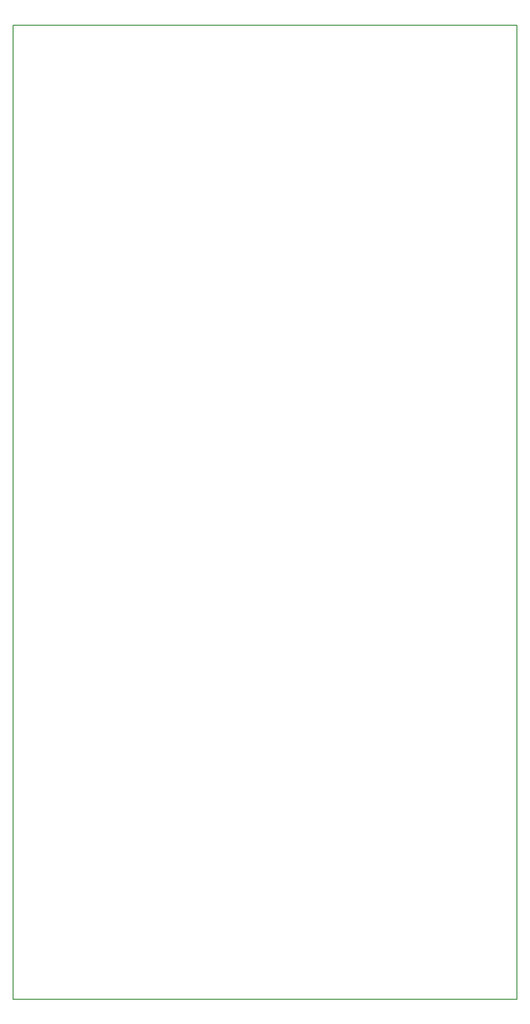
<source format=gbr>
%FSLAX34Y34*%
%MOMM*%
%LNOUTLINE*%
G71*
G01*
%ADD10C, 0.20*%
%LPD*%
G54D10*
X880000Y-1700000D02*
X0Y-1700000D01*
X0Y0D01*
X880000Y0D01*
X880000Y-1700000D01*
M02*

</source>
